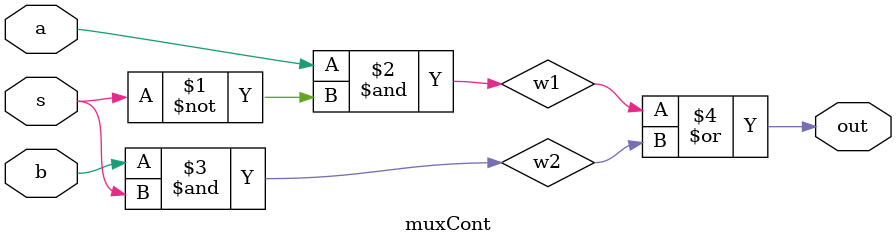
<source format=v>
module muxCont (
	input a,
	input b,
	input s,
	output out
);

wire w1;
wire w2;

assign w1 = a&~s;
assign w2 = b&s;
assign out = w1 | w2;

endmodule 
</source>
